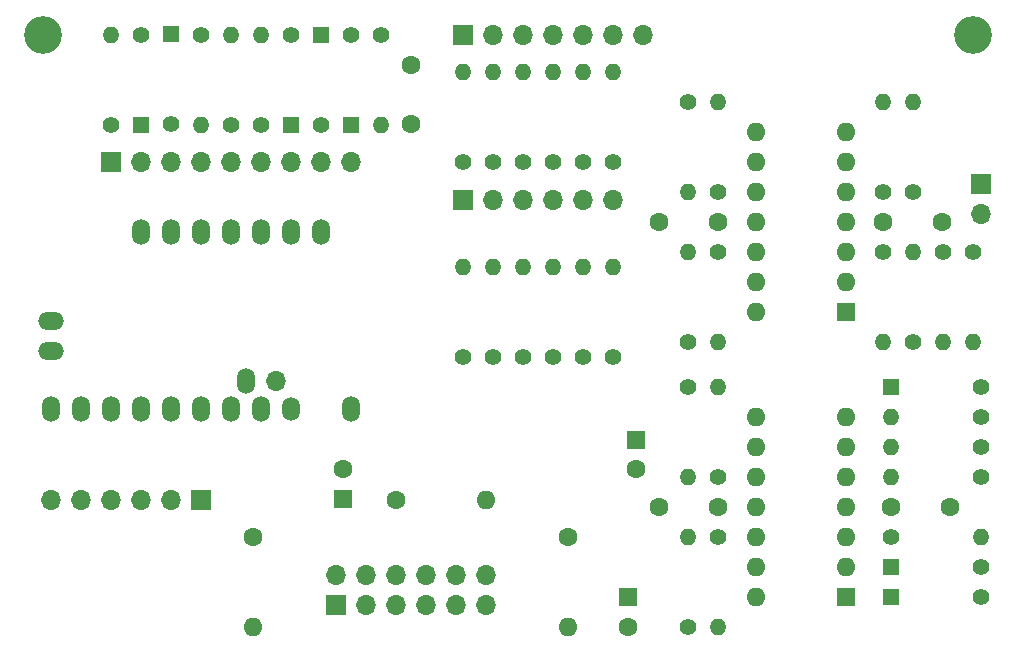
<source format=gbs>
G04 #@! TF.GenerationSoftware,KiCad,Pcbnew,7.0.10*
G04 #@! TF.CreationDate,2025-10-07T16:07:45+01:00*
G04 #@! TF.ProjectId,Eudlidean_Rhythms_R,4575646c-6964-4656-916e-5f5268797468,rev?*
G04 #@! TF.SameCoordinates,Original*
G04 #@! TF.FileFunction,Soldermask,Bot*
G04 #@! TF.FilePolarity,Negative*
%FSLAX46Y46*%
G04 Gerber Fmt 4.6, Leading zero omitted, Abs format (unit mm)*
G04 Created by KiCad (PCBNEW 7.0.10) date 2025-10-07 16:07:45*
%MOMM*%
%LPD*%
G01*
G04 APERTURE LIST*
%ADD10C,1.400000*%
%ADD11O,1.400000X1.400000*%
%ADD12R,1.400000X1.400000*%
%ADD13R,1.700000X1.700000*%
%ADD14O,1.700000X1.700000*%
%ADD15R,1.600000X1.600000*%
%ADD16O,1.600000X1.600000*%
%ADD17C,1.600000*%
%ADD18O,1.500000X2.200000*%
%ADD19O,1.500000X2.000000*%
%ADD20O,2.200000X1.500000*%
%ADD21C,3.200000*%
G04 APERTURE END LIST*
D10*
X179070000Y-121920000D03*
D11*
X186690000Y-121920000D03*
D12*
X179070000Y-109220000D03*
D10*
X186690000Y-109220000D03*
D13*
X142875000Y-93305000D03*
D14*
X145415000Y-93305000D03*
X147955000Y-93305000D03*
X150495000Y-93305000D03*
X153035000Y-93305000D03*
X155575000Y-93305000D03*
D12*
X115570000Y-86955000D03*
D10*
X115570000Y-79335000D03*
X123230000Y-86955000D03*
D11*
X123230000Y-79335000D03*
D10*
X186690000Y-111760000D03*
D11*
X179070000Y-111760000D03*
D10*
X161925000Y-129540000D03*
D11*
X161925000Y-121920000D03*
D15*
X175260000Y-102830000D03*
D16*
X175260000Y-100290000D03*
X175260000Y-97750000D03*
X175260000Y-95210000D03*
X175260000Y-92670000D03*
X175260000Y-90130000D03*
X175260000Y-87590000D03*
X167640000Y-87590000D03*
X167640000Y-90130000D03*
X167640000Y-92670000D03*
X167640000Y-95210000D03*
X167640000Y-97750000D03*
X167640000Y-100290000D03*
X167640000Y-102830000D03*
D12*
X118110000Y-79309600D03*
D10*
X118110000Y-86929600D03*
X125785000Y-86955000D03*
D11*
X125785000Y-79335000D03*
D10*
X142875000Y-106640000D03*
D11*
X142875000Y-99020000D03*
D10*
X153035000Y-90130000D03*
D11*
X153035000Y-82510000D03*
D10*
X155575000Y-106640000D03*
D11*
X155575000Y-99020000D03*
D17*
X179110000Y-119380000D03*
X184110000Y-119380000D03*
D13*
X142875000Y-79335000D03*
D14*
X145415000Y-79335000D03*
X147955000Y-79335000D03*
X150495000Y-79335000D03*
X153035000Y-79335000D03*
X155575000Y-79335000D03*
X158115000Y-79335000D03*
D10*
X161925000Y-109220000D03*
D11*
X161925000Y-116840000D03*
D10*
X164465000Y-97750000D03*
D11*
X164465000Y-105370000D03*
D10*
X161925000Y-105370000D03*
D11*
X161925000Y-97750000D03*
D17*
X164425000Y-119380000D03*
X159425000Y-119380000D03*
D15*
X175260000Y-127000000D03*
D16*
X175260000Y-124460000D03*
X175260000Y-121920000D03*
X175260000Y-119380000D03*
X175260000Y-116840000D03*
X175260000Y-114300000D03*
X175260000Y-111760000D03*
X167640000Y-111760000D03*
X167640000Y-114300000D03*
X167640000Y-116840000D03*
X167640000Y-119380000D03*
X167640000Y-121920000D03*
X167640000Y-124460000D03*
X167640000Y-127000000D03*
D12*
X128270000Y-86955000D03*
D10*
X128270000Y-79335000D03*
D13*
X120650000Y-118705000D03*
D14*
X118110000Y-118705000D03*
X115570000Y-118705000D03*
X113030000Y-118705000D03*
X110490000Y-118705000D03*
X107950000Y-118705000D03*
D12*
X179070000Y-124460000D03*
D10*
X186690000Y-124460000D03*
X164465000Y-92670000D03*
D11*
X164465000Y-85050000D03*
D10*
X186055000Y-97750000D03*
D11*
X186055000Y-105370000D03*
D15*
X132715000Y-118640113D03*
D17*
X132715000Y-116140113D03*
D10*
X147955000Y-90130000D03*
D11*
X147955000Y-82510000D03*
D12*
X133350000Y-86955000D03*
D10*
X133350000Y-79335000D03*
X120690000Y-79335000D03*
D11*
X120690000Y-86955000D03*
D10*
X113070000Y-86955000D03*
D11*
X113070000Y-79335000D03*
D13*
X186690000Y-92030000D03*
D14*
X186690000Y-94570000D03*
D10*
X145415000Y-106640000D03*
D11*
X145415000Y-99020000D03*
D13*
X113070000Y-90130000D03*
D14*
X115610000Y-90130000D03*
X118150000Y-90130000D03*
X120690000Y-90130000D03*
X123230000Y-90130000D03*
X125770000Y-90130000D03*
X128310000Y-90130000D03*
X130850000Y-90130000D03*
X133390000Y-90130000D03*
D10*
X186690000Y-116840000D03*
D11*
X179070000Y-116840000D03*
D17*
X138430000Y-81875000D03*
X138430000Y-86875000D03*
D10*
X155575000Y-90130000D03*
D11*
X155575000Y-82510000D03*
D13*
X132080000Y-127595000D03*
D14*
X132080000Y-125055000D03*
X134620000Y-127595000D03*
X134620000Y-125055000D03*
X137160000Y-127595000D03*
X137160000Y-125055000D03*
X139700000Y-127595000D03*
X139700000Y-125055000D03*
X142240000Y-127595000D03*
X142240000Y-125055000D03*
X144780000Y-127595000D03*
X144780000Y-125055000D03*
D10*
X135890000Y-79335000D03*
D11*
X135890000Y-86955000D03*
D10*
X183515000Y-97750000D03*
D11*
X183515000Y-105370000D03*
D17*
X151765000Y-121880000D03*
D16*
X151765000Y-129500000D03*
D17*
X164425000Y-95210000D03*
X159425000Y-95210000D03*
D10*
X180975000Y-92670000D03*
D11*
X180975000Y-85050000D03*
D15*
X157480000Y-113625000D03*
D17*
X157480000Y-116125000D03*
D10*
X180975000Y-105370000D03*
D11*
X180975000Y-97750000D03*
D10*
X150495000Y-106640000D03*
D11*
X150495000Y-99020000D03*
D15*
X156845000Y-126960000D03*
D17*
X156845000Y-129460000D03*
D12*
X179070000Y-127000000D03*
D10*
X186690000Y-127000000D03*
X161899600Y-85024600D03*
D11*
X161899600Y-92644600D03*
D10*
X164465000Y-116840000D03*
D11*
X164465000Y-109220000D03*
D17*
X178435000Y-95250000D03*
X183435000Y-95250000D03*
D18*
X130860800Y-96037400D03*
X128320800Y-96037400D03*
X125780800Y-96037400D03*
X123240800Y-96037400D03*
X120700800Y-96037400D03*
X118160800Y-96037400D03*
X115620800Y-96037400D03*
X108000800Y-111077400D03*
X110540800Y-111077400D03*
X113080800Y-111077400D03*
X115620800Y-111077400D03*
X118160800Y-111077400D03*
X120700800Y-111077400D03*
X123240800Y-111077400D03*
X125780800Y-111077400D03*
D19*
X128320800Y-111077400D03*
D18*
X133400800Y-111077400D03*
D14*
X127050800Y-108637400D03*
D18*
X124510800Y-108637400D03*
D20*
X108000800Y-106097400D03*
X108000800Y-103557400D03*
D10*
X178435000Y-92670000D03*
D11*
X178435000Y-85050000D03*
D10*
X178435000Y-97750000D03*
D11*
X178435000Y-105370000D03*
D10*
X186690000Y-114300000D03*
D11*
X179070000Y-114300000D03*
D17*
X137160000Y-118705000D03*
D16*
X144780000Y-118705000D03*
D21*
X186055000Y-79335000D03*
D12*
X130810000Y-79335000D03*
D10*
X130810000Y-86955000D03*
X145415000Y-90130000D03*
D11*
X145415000Y-82510000D03*
D10*
X142875000Y-90130000D03*
D11*
X142875000Y-82510000D03*
D10*
X150495000Y-90130000D03*
D11*
X150495000Y-82510000D03*
D10*
X164465000Y-121920000D03*
D11*
X164465000Y-129540000D03*
D17*
X125095000Y-121880000D03*
D16*
X125095000Y-129500000D03*
D10*
X147955000Y-106640000D03*
D11*
X147955000Y-99020000D03*
D10*
X153035000Y-106640000D03*
D11*
X153035000Y-99020000D03*
D21*
X107315000Y-79335000D03*
M02*

</source>
